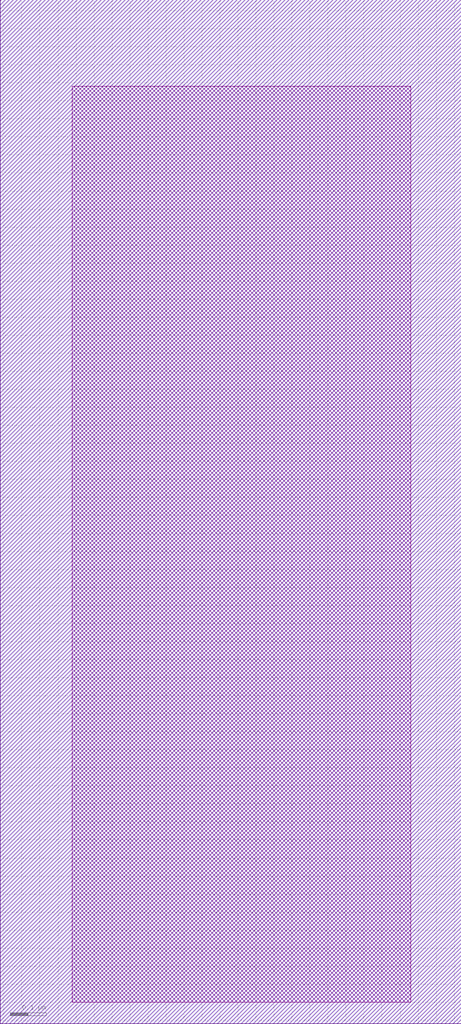
<source format=lef>
VERSION 5.7 ;
  NOWIREEXTENSIONATPIN ON ;
  DIVIDERCHAR "/" ;
  BUSBITCHARS "[]" ;
UNITS
  DATABASE MICRONS 200 ;
END UNITS

LAYER via2
  TYPE CUT ;
END via2

LAYER via
  TYPE CUT ;
END via

LAYER nwell
  TYPE MASTERSLICE ;
END nwell

LAYER via3
  TYPE CUT ;
END via3

LAYER pwell
  TYPE MASTERSLICE ;
END pwell

LAYER via4
  TYPE CUT ;
END via4

LAYER mcon
  TYPE CUT ;
END mcon

LAYER met6
  TYPE ROUTING ;
  WIDTH 0.030000 ;
  SPACING 0.040000 ;
  DIRECTION HORIZONTAL ;
END met6

LAYER met1
  TYPE ROUTING ;
  WIDTH 0.140000 ;
  SPACING 0.140000 ;
  DIRECTION HORIZONTAL ;
END met1

LAYER met3
  TYPE ROUTING ;
  WIDTH 0.300000 ;
  SPACING 0.300000 ;
  DIRECTION HORIZONTAL ;
END met3

LAYER met2
  TYPE ROUTING ;
  WIDTH 0.140000 ;
  SPACING 0.140000 ;
  DIRECTION HORIZONTAL ;
END met2

LAYER met4
  TYPE ROUTING ;
  WIDTH 0.300000 ;
  SPACING 0.300000 ;
  DIRECTION HORIZONTAL ;
END met4

LAYER met5
  TYPE ROUTING ;
  WIDTH 1.600000 ;
  SPACING 1.600000 ;
  DIRECTION HORIZONTAL ;
END met5

LAYER li1
  TYPE ROUTING ;
  WIDTH 0.170000 ;
  SPACING 0.170000 ;
  DIRECTION HORIZONTAL ;
END li1

MACRO sky130_hilas_pFETmirror02
  CLASS BLOCK ;
  FOREIGN sky130_hilas_pFETmirror02 ;
  ORIGIN 0.610 -0.890 ;
  SIZE 1.280 BY 2.840 ;
  OBS
      LAYER nwell ;
        RECT -0.610 0.890 0.670 3.730 ;
      LAYER li1 ;
        RECT -0.410 0.950 0.530 3.490 ;
  END
END sky130_hilas_pFETmirror02
END LIBRARY


</source>
